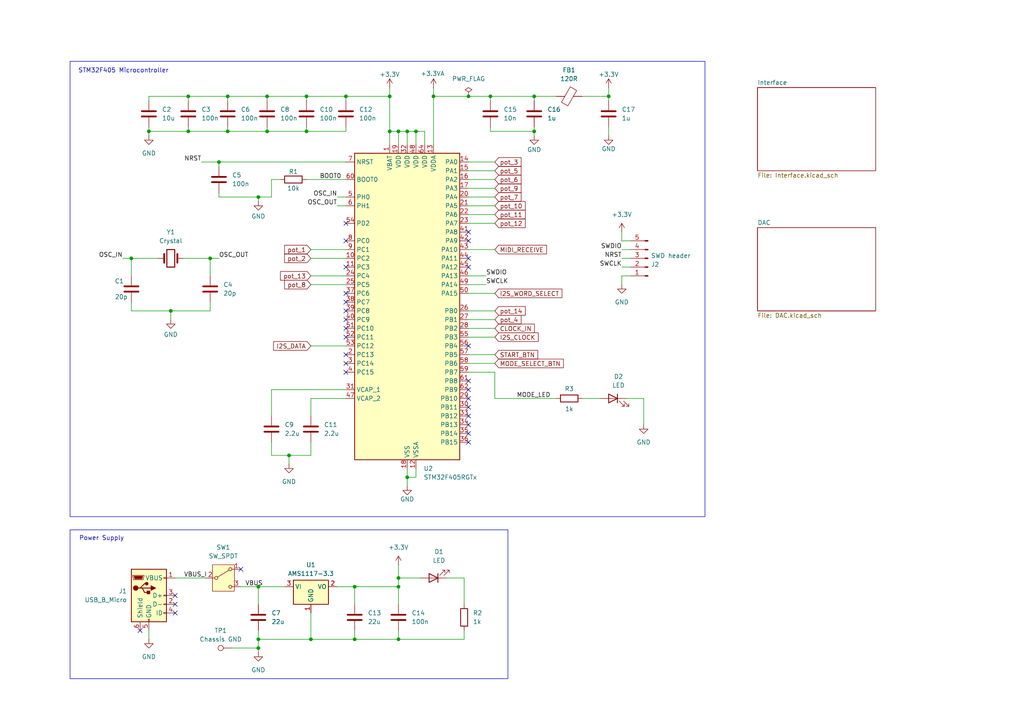
<source format=kicad_sch>
(kicad_sch (version 20231120) (generator "eeschema") (generator_version "8.0")
  (paper "A4")
  (lib_symbols
    (symbol "Connector:Conn_01x05_Pin" (pin_names (offset 1.016) hide)
      (property "Reference" "J" (at 0 7.62 0))
      (property "Value" "Conn_01x05_Pin" (at 0 -7.62 0))
      (symbol "Conn_01x05_Pin_1_1"
        (polyline (pts (xy 1.27 -5.08) (xy 0.8636 -5.08)) (stroke (width 0.1524)))
        (polyline (pts (xy 1.27 -2.54) (xy 0.8636 -2.54)) (stroke (width 0.1524)))
        (polyline (pts (xy 1.27 0) (xy 0.8636 0)) (stroke (width 0.1524)))
        (polyline (pts (xy 1.27 2.54) (xy 0.8636 2.54)) (stroke (width 0.1524)))
        (polyline (pts (xy 1.27 5.08) (xy 0.8636 5.08)) (stroke (width 0.1524)))
        (rectangle (start 0.8636 -4.953) (end 0 -5.207) (stroke (width 0.1524)) (fill (type outline)))
        (rectangle (start 0.8636 -2.413) (end 0 -2.667) (stroke (width 0.1524)) (fill (type outline)))
        (rectangle (start 0.8636 0.127) (end 0 -0.127) (stroke (width 0.1524)) (fill (type outline)))
        (rectangle (start 0.8636 2.667) (end 0 2.413) (stroke (width 0.1524)) (fill (type outline)))
        (rectangle (start 0.8636 5.207) (end 0 4.953) (stroke (width 0.1524)) (fill (type outline)))
        (pin passive line (at 5.08 5.08 180) (length 3.81) (name "Pin_1") (number "1"))
        (pin passive line (at 5.08 2.54 180) (length 3.81) (name "Pin_2") (number "2"))
        (pin passive line (at 5.08 0 180) (length 3.81) (name "Pin_3") (number "3"))
        (pin passive line (at 5.08 -2.54 180) (length 3.81) (name "Pin_4") (number "4"))
        (pin passive line (at 5.08 -5.08 180) (length 3.81) (name "Pin_5") (number "5"))
      )
    )
    (symbol "Connector:TestPoint" (pin_numbers hide) (pin_names (offset 0.762) hide)
      (property "Reference" "TP" (at 0 6.858 0))
      (property "Value" "TestPoint" (at 0 5.08 0))
      (symbol "TestPoint_0_1"
        (circle (center 0 3.302) (radius 0.762))
      )
      (symbol "TestPoint_1_1"
        (pin passive line (at 0 0 90) (length 2.54) (name "1") (number "1"))
      )
    )
    (symbol "Connector:USB_B_Micro" (pin_names (offset 1.016))
      (property "Reference" "J" (at -5.08 11.43 0))
      (property "Value" "USB_B_Micro" (at -5.08 8.89 0))
      (symbol "USB_B_Micro_0_1"
        (rectangle (start -5.08 -7.62) (end 5.08 7.62) (stroke (width 0.254)) (fill (type background)))
        (circle (center -3.81 2.159) (radius 0.635) (stroke (width 0.254)) (fill (type outline)))
        (circle (center -0.635 3.429) (radius 0.381) (stroke (width 0.254)) (fill (type outline)))
        (rectangle (start -0.127 -7.62) (end 0.127 -6.858))
        (polyline (pts (xy -1.905 2.159) (xy 0.635 2.159)) (stroke (width 0.254)))
        (polyline (pts (xy -3.175 2.159) (xy -2.54 2.159) (xy -1.27 3.429) (xy -0.635 3.429)) (stroke (width 0.254)))
        (polyline (pts (xy -2.54 2.159) (xy -1.905 2.159) (xy -1.27 0.889) (xy 0 0.889)) (stroke (width 0.254)))
        (polyline (pts (xy 0.635 2.794) (xy 0.635 1.524) (xy 1.905 2.159) (xy 0.635 2.794)) (stroke (width 0.254)) (fill (type outline)))
        (polyline (pts (xy -4.318 5.588) (xy -1.778 5.588) (xy -2.032 4.826) (xy -4.064 4.826) (xy -4.318 5.588)) (fill (type outline)))
        (polyline (pts (xy -4.699 5.842) (xy -4.699 5.588) (xy -4.445 4.826) (xy -4.445 4.572) (xy -1.651 4.572) (xy -1.651 4.826) (xy -1.397 5.588) (xy -1.397 5.842) (xy -4.699 5.842)))
        (rectangle (start 0.254 1.27) (end -0.508 0.508) (stroke (width 0.254)) (fill (type outline)))
        (rectangle (start 5.08 -5.207) (end 4.318 -4.953))
        (rectangle (start 5.08 -2.667) (end 4.318 -2.413))
        (rectangle (start 5.08 -0.127) (end 4.318 0.127))
        (rectangle (start 5.08 4.953) (end 4.318 5.207))
      )
      (symbol "USB_B_Micro_1_1"
        (pin power_out line (at 7.62 5.08 180) (length 2.54) (name "VBUS") (number "1"))
        (pin bidirectional line (at 7.62 -2.54 180) (length 2.54) (name "D-") (number "2"))
        (pin bidirectional line (at 7.62 0 180) (length 2.54) (name "D+") (number "3"))
        (pin passive line (at 7.62 -5.08 180) (length 2.54) (name "ID") (number "4"))
        (pin power_out line (at 0 -10.16 90) (length 2.54) (name "GND") (number "5"))
        (pin passive line (at -2.54 -10.16 90) (length 2.54) (name "Shield") (number "6"))
      )
    )
    (symbol "Device:C" (pin_numbers hide) (pin_names (offset 0.254))
      (property "Reference" "C" (at 0.635 2.54 0))
      (property "Value" "C" (at 0.635 -2.54 0))
      (symbol "C_0_1"
        (polyline (pts (xy -2.032 -0.762) (xy 2.032 -0.762)) (stroke (width 0.508)))
        (polyline (pts (xy -2.032 0.762) (xy 2.032 0.762)) (stroke (width 0.508)))
      )
      (symbol "C_1_1"
        (pin passive line (at 0 3.81 270) (length 2.794) (name "~") (number "1"))
        (pin passive line (at 0 -3.81 90) (length 2.794) (name "~") (number "2"))
      )
    )
    (symbol "Device:Crystal" (pin_numbers hide) (pin_names (offset 1.016) hide)
      (property "Reference" "Y" (at 0 3.81 0))
      (property "Value" "Crystal" (at 0 -3.81 0))
      (symbol "Crystal_0_1"
        (rectangle (start -1.143 2.54) (end 1.143 -2.54) (stroke (width 0.3048)))
        (polyline (pts (xy -2.54 0) (xy -1.905 0)))
        (polyline (pts (xy -1.905 -1.27) (xy -1.905 1.27)) (stroke (width 0.508)))
        (polyline (pts (xy 1.905 -1.27) (xy 1.905 1.27)) (stroke (width 0.508)))
        (polyline (pts (xy 2.54 0) (xy 1.905 0)))
      )
      (symbol "Crystal_1_1"
        (pin passive line (at -3.81 0 0) (length 1.27) (name "1") (number "1"))
        (pin passive line (at 3.81 0 180) (length 1.27) (name "2") (number "2"))
      )
    )
    (symbol "Device:FerriteBead" (pin_numbers hide) (pin_names (offset 0))
      (property "Reference" "FB" (at -3.81 0.635 90))
      (property "Value" "FerriteBead" (at 3.81 0 90))
      (symbol "FerriteBead_0_1"
        (polyline (pts (xy 0 -1.27) (xy 0 -1.2192)))
        (polyline (pts (xy 0 1.27) (xy 0 1.2954)))
        (polyline (pts (xy -2.7686 0.4064) (xy -1.7018 2.2606) (xy 2.7686 -0.3048) (xy 1.6764 -2.159) (xy -2.7686 0.4064)))
      )
      (symbol "FerriteBead_1_1"
        (pin passive line (at 0 3.81 270) (length 2.54) (name "~") (number "1"))
        (pin passive line (at 0 -3.81 90) (length 2.54) (name "~") (number "2"))
      )
    )
    (symbol "Device:LED" (pin_numbers hide) (pin_names (offset 1.016) hide)
      (property "Reference" "D" (at 0 2.54 0))
      (property "Value" "LED" (at 0 -2.54 0))
      (symbol "LED_0_1"
        (polyline (pts (xy -1.27 -1.27) (xy -1.27 1.27)) (stroke (width 0.254)))
        (polyline (pts (xy -1.27 0) (xy 1.27 0)))
        (polyline (pts (xy 1.27 -1.27) (xy 1.27 1.27) (xy -1.27 0) (xy 1.27 -1.27)) (stroke (width 0.254)))
        (polyline (pts (xy -3.048 -0.762) (xy -4.572 -2.286) (xy -3.81 -2.286) (xy -4.572 -2.286) (xy -4.572 -1.524)))
        (polyline (pts (xy -1.778 -0.762) (xy -3.302 -2.286) (xy -2.54 -2.286) (xy -3.302 -2.286) (xy -3.302 -1.524)))
      )
      (symbol "LED_1_1"
        (pin passive line (at -3.81 0 0) (length 2.54) (name "K") (number "1"))
        (pin passive line (at 3.81 0 180) (length 2.54) (name "A") (number "2"))
      )
    )
    (symbol "MCU_ST_STM32F4:STM32F405RGTx"
      (property "Reference" "U" (at -15.24 46.99 0))
      (property "Value" "STM32F405RGTx" (at 10.16 46.99 0))
      (symbol "STM32F405RGTx_0_1"
        (rectangle (start -15.24 -43.18) (end 15.24 45.72) (stroke (width 0.254)) (fill (type background)))
      )
      (symbol "STM32F405RGTx_1_1"
        (pin power_in line (at -5.08 48.26 270) (length 2.54) (name "VBAT") (number "1"))
        (pin bidirectional line (at -17.78 15.24 0) (length 2.54) (name "PC2") (number "10"))
        (pin bidirectional line (at -17.78 12.7 0) (length 2.54) (name "PC3") (number "11"))
        (pin power_in line (at 2.54 -45.72 90) (length 2.54) (name "VSSA") (number "12"))
        (pin power_in line (at 7.62 48.26 270) (length 2.54) (name "VDDA") (number "13"))
        (pin bidirectional line (at 17.78 43.18 180) (length 2.54) (name "PA0") (number "14"))
        (pin bidirectional line (at 17.78 40.64 180) (length 2.54) (name "PA1") (number "15"))
        (pin bidirectional line (at 17.78 38.1 180) (length 2.54) (name "PA2") (number "16"))
        (pin bidirectional line (at 17.78 35.56 180) (length 2.54) (name "PA3") (number "17"))
        (pin power_in line (at 0 -45.72 90) (length 2.54) (name "VSS") (number "18"))
        (pin power_in line (at -2.54 48.26 270) (length 2.54) (name "VDD") (number "19"))
        (pin bidirectional line (at -17.78 -12.7 0) (length 2.54) (name "PC13") (number "2"))
        (pin bidirectional line (at 17.78 33.02 180) (length 2.54) (name "PA4") (number "20"))
        (pin bidirectional line (at 17.78 30.48 180) (length 2.54) (name "PA5") (number "21"))
        (pin bidirectional line (at 17.78 27.94 180) (length 2.54) (name "PA6") (number "22"))
        (pin bidirectional line (at 17.78 25.4 180) (length 2.54) (name "PA7") (number "23"))
        (pin bidirectional line (at -17.78 10.16 0) (length 2.54) (name "PC4") (number "24"))
        (pin bidirectional line (at -17.78 7.62 0) (length 2.54) (name "PC5") (number "25"))
        (pin bidirectional line (at 17.78 0 180) (length 2.54) (name "PB0") (number "26"))
        (pin bidirectional line (at 17.78 -2.54 180) (length 2.54) (name "PB1") (number "27"))
        (pin bidirectional line (at 17.78 -5.08 180) (length 2.54) (name "PB2") (number "28"))
        (pin bidirectional line (at 17.78 -25.4 180) (length 2.54) (name "PB10") (number "29"))
        (pin bidirectional line (at -17.78 -15.24 0) (length 2.54) (name "PC14") (number "3"))
        (pin bidirectional line (at 17.78 -27.94 180) (length 2.54) (name "PB11") (number "30"))
        (pin power_out line (at -17.78 -22.86 0) (length 2.54) (name "VCAP_1") (number "31"))
        (pin power_in line (at 0 48.26 270) (length 2.54) (name "VDD") (number "32"))
        (pin bidirectional line (at 17.78 -30.48 180) (length 2.54) (name "PB12") (number "33"))
        (pin bidirectional line (at 17.78 -33.02 180) (length 2.54) (name "PB13") (number "34"))
        (pin bidirectional line (at 17.78 -35.56 180) (length 2.54) (name "PB14") (number "35"))
        (pin bidirectional line (at 17.78 -38.1 180) (length 2.54) (name "PB15") (number "36"))
        (pin bidirectional line (at -17.78 5.08 0) (length 2.54) (name "PC6") (number "37"))
        (pin bidirectional line (at -17.78 2.54 0) (length 2.54) (name "PC7") (number "38"))
        (pin bidirectional line (at -17.78 0 0) (length 2.54) (name "PC8") (number "39"))
        (pin bidirectional line (at -17.78 -17.78 0) (length 2.54) (name "PC15") (number "4"))
        (pin bidirectional line (at -17.78 -2.54 0) (length 2.54) (name "PC9") (number "40"))
        (pin bidirectional line (at 17.78 22.86 180) (length 2.54) (name "PA8") (number "41"))
        (pin bidirectional line (at 17.78 20.32 180) (length 2.54) (name "PA9") (number "42"))
        (pin bidirectional line (at 17.78 17.78 180) (length 2.54) (name "PA10") (number "43"))
        (pin bidirectional line (at 17.78 15.24 180) (length 2.54) (name "PA11") (number "44"))
        (pin bidirectional line (at 17.78 12.7 180) (length 2.54) (name "PA12") (number "45"))
        (pin bidirectional line (at 17.78 10.16 180) (length 2.54) (name "PA13") (number "46"))
        (pin power_out line (at -17.78 -25.4 0) (length 2.54) (name "VCAP_2") (number "47"))
        (pin power_in line (at 2.54 48.26 270) (length 2.54) (name "VDD") (number "48"))
        (pin bidirectional line (at 17.78 7.62 180) (length 2.54) (name "PA14") (number "49"))
        (pin bidirectional line (at -17.78 33.02 0) (length 2.54) (name "PH0") (number "5"))
        (pin bidirectional line (at 17.78 5.08 180) (length 2.54) (name "PA15") (number "50"))
        (pin bidirectional line (at -17.78 -5.08 0) (length 2.54) (name "PC10") (number "51"))
        (pin bidirectional line (at -17.78 -7.62 0) (length 2.54) (name "PC11") (number "52"))
        (pin bidirectional line (at -17.78 -10.16 0) (length 2.54) (name "PC12") (number "53"))
        (pin bidirectional line (at -17.78 25.4 0) (length 2.54) (name "PD2") (number "54"))
        (pin bidirectional line (at 17.78 -7.62 180) (length 2.54) (name "PB3") (number "55"))
        (pin bidirectional line (at 17.78 -10.16 180) (length 2.54) (name "PB4") (number "56"))
        (pin bidirectional line (at 17.78 -12.7 180) (length 2.54) (name "PB5") (number "57"))
        (pin bidirectional line (at 17.78 -15.24 180) (length 2.54) (name "PB6") (number "58"))
        (pin bidirectional line (at 17.78 -17.78 180) (length 2.54) (name "PB7") (number "59"))
        (pin bidirectional line (at -17.78 30.48 0) (length 2.54) (name "PH1") (number "6"))
        (pin input line (at -17.78 38.1 0) (length 2.54) (name "BOOT0") (number "60"))
        (pin bidirectional line (at 17.78 -20.32 180) (length 2.54) (name "PB8") (number "61"))
        (pin bidirectional line (at 17.78 -22.86 180) (length 2.54) (name "PB9") (number "62"))
        (pin passive line (at 0 -45.72 90) (length 2.54) hide (name "VSS") (number "63"))
        (pin power_in line (at 5.08 48.26 270) (length 2.54) (name "VDD") (number "64"))
        (pin input line (at -17.78 43.18 0) (length 2.54) (name "NRST") (number "7"))
        (pin bidirectional line (at -17.78 20.32 0) (length 2.54) (name "PC0") (number "8"))
        (pin bidirectional line (at -17.78 17.78 0) (length 2.54) (name "PC1") (number "9"))
      )
    )
    (symbol "Regulator_Linear:AMS1117-3.3"
      (property "Reference" "U" (at -3.81 3.175 0))
      (property "Value" "AMS1117-3.3" (at 0 3.175 0))
      (symbol "AMS1117-3.3_0_1"
        (rectangle (start -5.08 -5.08) (end 5.08 1.905) (stroke (width 0.254)) (fill (type background)))
      )
      (symbol "AMS1117-3.3_1_1"
        (pin power_in line (at 0 -7.62 90) (length 2.54) (name "GND") (number "1"))
        (pin power_out line (at 7.62 0 180) (length 2.54) (name "VO") (number "2"))
        (pin power_in line (at -7.62 0 0) (length 2.54) (name "VI") (number "3"))
      )
    )
    (symbol "Switch:SW_SPDT" (pin_names (offset 0) hide)
      (property "Reference" "SW" (at 0 5.08 0))
      (property "Value" "SW_SPDT" (at 0 -5.08 0))
      (symbol "SW_SPDT_0_1"
        (circle (center -2.032 0) (radius 0.4572))
        (polyline (pts (xy -1.651 0.254) (xy 1.651 2.286)))
        (circle (center 2.032 -2.54) (radius 0.4572))
        (circle (center 2.032 2.54) (radius 0.4572))
      )
      (symbol "SW_SPDT_1_1"
        (rectangle (start -3.175 3.81) (end 3.175 -3.81) (fill (type background)))
        (pin passive line (at 5.08 2.54 180) (length 2.54) (name "A") (number "1"))
        (pin passive line (at -5.08 0 0) (length 2.54) (name "B") (number "2"))
        (pin passive line (at 5.08 -2.54 180) (length 2.54) (name "C") (number "3"))
      )
    )
    (symbol "blinky:R" (pin_numbers hide) (pin_names (offset 0))
      (property "Reference" "R" (at 2.032 0 90))
      (property "Value" "R" (at 0 0 90))
      (symbol "R_0_1"
        (rectangle (start -1.016 -2.54) (end 1.016 2.54) (stroke (width 0.254)))
      )
      (symbol "R_1_1"
        (pin passive line (at 0 3.81 270) (length 1.27) (name "~") (number "1"))
        (pin passive line (at 0 -3.81 90) (length 1.27) (name "~") (number "2"))
      )
    )
    (symbol "power:+3.3V" (power) (pin_numbers hide) (pin_names (offset 0) hide)
      (property "Value" "+3.3V" (at 0 3.556 0))
      (symbol "+3.3V_0_1"
        (polyline (pts (xy -0.762 1.27) (xy 0 2.54)))
        (polyline (pts (xy 0 0) (xy 0 2.54)))
        (polyline (pts (xy 0 2.54) (xy 0.762 1.27)))
      )
      (symbol "+3.3V_1_1"
        (pin power_in line (at 0 0 90) (length 0) (name "~") (number "1"))
      )
    )
    (symbol "power:+3.3VA" (power) (pin_numbers hide) (pin_names (offset 0) hide)
      (property "Value" "+3.3VA" (at 0 3.556 0))
      (symbol "+3.3VA_0_1"
        (polyline (pts (xy -0.762 1.27) (xy 0 2.54)))
        (polyline (pts (xy 0 0) (xy 0 2.54)))
        (polyline (pts (xy 0 2.54) (xy 0.762 1.27)))
      )
      (symbol "+3.3VA_1_1"
        (pin power_in line (at 0 0 90) (length 0) (name "~") (number "1"))
      )
    )
    (symbol "power:GND" (power) (pin_numbers hide) (pin_names (offset 0) hide)
      (property "Value" "GND" (at 0 -3.81 0))
      (symbol "GND_0_1"
        (polyline (pts (xy 0 0) (xy 0 -1.27) (xy 1.27 -1.27) (xy 0 -2.54) (xy -1.27 -1.27) (xy 0 -1.27)))
      )
      (symbol "GND_1_1"
        (pin power_in line (at 0 0 270) (length 0) (name "~") (number "1"))
      )
    )
    (symbol "power:PWR_FLAG" (power) (pin_numbers hide) (pin_names (offset 0) hide)
      (property "Value" "PWR_FLAG" (at 0 3.81 0))
      (symbol "PWR_FLAG_0_0"
        (pin power_out line (at 0 0 90) (length 0) (name "~") (number "1"))
      )
      (symbol "PWR_FLAG_0_1"
        (polyline (pts (xy 0 0) (xy 0 1.27) (xy -1.016 1.905) (xy 0 2.54) (xy 1.016 1.905) (xy 0 1.27)))
      )
    )
  )
  (junction (at 115.57 38.1))
  (junction (at 102.87 170.18))
  (junction (at 90.17 185.42))
  (junction (at 142.24 27.94))
  (junction (at 74.93 57.15))
  (junction (at 77.47 27.94))
  (junction (at 54.61 27.94))
  (junction (at 74.93 185.42))
  (junction (at 88.9 27.94))
  (junction (at 38.1 74.93))
  (junction (at 60.96 74.93))
  (junction (at 176.53 27.94))
  (junction (at 63.5 46.99))
  (junction (at 118.11 138.43))
  (junction (at 88.9 38.1))
  (junction (at 115.57 167.64))
  (junction (at 115.57 185.42))
  (junction (at 118.11 38.1))
  (junction (at 102.87 185.42))
  (junction (at 135.89 27.94))
  (junction (at 154.94 38.1))
  (junction (at 113.03 27.94))
  (junction (at 49.53 90.17))
  (junction (at 54.61 38.1))
  (junction (at 83.82 132.08))
  (junction (at 43.18 38.1))
  (junction (at 74.93 187.96))
  (junction (at 77.47 38.1))
  (junction (at 66.04 38.1))
  (junction (at 100.33 27.94))
  (junction (at 74.93 170.18))
  (junction (at 125.73 27.94))
  (junction (at 115.57 170.18))
  (junction (at 113.03 38.1))
  (junction (at 66.04 27.94))
  (junction (at 120.65 38.1))
  (junction (at 154.94 27.94))
  (no_connect (at 50.8 175.26))
  (no_connect (at 100.33 85.09))
  (no_connect (at 100.33 95.25))
  (no_connect (at 100.33 97.79))
  (no_connect (at 135.89 120.65))
  (no_connect (at 100.33 77.47))
  (no_connect (at 69.85 165.1))
  (no_connect (at 135.89 69.85))
  (no_connect (at 100.33 92.71))
  (no_connect (at 50.8 172.72))
  (no_connect (at 135.89 125.73))
  (no_connect (at 100.33 105.41))
  (no_connect (at 135.89 110.49))
  (no_connect (at 40.64 182.88))
  (no_connect (at 135.89 74.93))
  (no_connect (at 100.33 107.95))
  (no_connect (at 135.89 118.11))
  (no_connect (at 100.33 87.63))
  (no_connect (at 135.89 67.31))
  (no_connect (at 100.33 102.87))
  (no_connect (at 135.89 77.47))
  (no_connect (at 135.89 123.19))
  (no_connect (at 135.89 113.03))
  (no_connect (at 100.33 69.85))
  (no_connect (at 100.33 90.17))
  (no_connect (at 135.89 128.27))
  (no_connect (at 135.89 100.33))
  (no_connect (at 135.89 115.57))
  (no_connect (at 100.33 64.77))
  (no_connect (at 50.8 177.8))
  (wire (pts (xy 120.65 41.91) (xy 120.65 38.1)))
  (wire (pts (xy 90.17 82.55) (xy 100.33 82.55)))
  (wire (pts (xy 134.62 185.42) (xy 134.62 182.88)))
  (wire (pts (xy 60.96 80.01) (xy 60.96 74.93)))
  (wire (pts (xy 90.17 80.01) (xy 100.33 80.01)))
  (wire (pts (xy 113.03 25.4) (xy 113.03 27.94)))
  (wire (pts (xy 154.94 38.1) (xy 154.94 39.37)))
  (wire (pts (xy 100.33 46.99) (xy 63.5 46.99)))
  (wire (pts (xy 43.18 27.94) (xy 54.61 27.94)))
  (wire (pts (xy 115.57 38.1) (xy 115.57 41.91)))
  (wire (pts (xy 38.1 74.93) (xy 45.72 74.93)))
  (wire (pts (xy 102.87 170.18) (xy 115.57 170.18)))
  (wire (pts (xy 63.5 46.99) (xy 63.5 48.26)))
  (wire (pts (xy 118.11 138.43) (xy 120.65 138.43)))
  (wire (pts (xy 90.17 72.39) (xy 100.33 72.39)))
  (wire (pts (xy 102.87 170.18) (xy 97.79 170.18)))
  (wire (pts (xy 102.87 175.26) (xy 102.87 170.18)))
  (wire (pts (xy 60.96 74.93) (xy 53.34 74.93)))
  (wire (pts (xy 115.57 185.42) (xy 134.62 185.42)))
  (wire (pts (xy 88.9 52.07) (xy 100.33 52.07)))
  (wire (pts (xy 54.61 27.94) (xy 66.04 27.94)))
  (wire (pts (xy 118.11 135.89) (xy 118.11 138.43)))
  (wire (pts (xy 90.17 185.42) (xy 102.87 185.42)))
  (wire (pts (xy 100.33 38.1) (xy 100.33 36.83)))
  (wire (pts (xy 135.89 80.01) (xy 140.97 80.01)))
  (wire (pts (xy 83.82 132.08) (xy 90.17 132.08)))
  (wire (pts (xy 77.47 36.83) (xy 77.47 38.1)))
  (wire (pts (xy 60.96 90.17) (xy 60.96 87.63)))
  (wire (pts (xy 115.57 182.88) (xy 115.57 185.42)))
  (wire (pts (xy 97.79 57.15) (xy 100.33 57.15)))
  (wire (pts (xy 154.94 36.83) (xy 154.94 38.1)))
  (wire (pts (xy 81.28 52.07) (xy 78.74 52.07)))
  (wire (pts (xy 100.33 113.03) (xy 78.74 113.03)))
  (wire (pts (xy 135.89 72.39) (xy 143.51 72.39)))
  (wire (pts (xy 50.8 167.64) (xy 59.69 167.64)))
  (wire (pts (xy 168.91 27.94) (xy 176.53 27.94)))
  (wire (pts (xy 180.34 74.93) (xy 182.88 74.93)))
  (wire (pts (xy 142.24 36.83) (xy 142.24 38.1)))
  (wire (pts (xy 38.1 74.93) (xy 38.1 80.01)))
  (wire (pts (xy 38.1 87.63) (xy 38.1 90.17)))
  (wire (pts (xy 180.34 77.47) (xy 182.88 77.47)))
  (wire (pts (xy 58.42 46.99) (xy 63.5 46.99)))
  (wire (pts (xy 43.18 36.83) (xy 43.18 38.1)))
  (wire (pts (xy 129.54 167.64) (xy 134.62 167.64)))
  (wire (pts (xy 135.89 82.55) (xy 140.97 82.55)))
  (wire (pts (xy 102.87 185.42) (xy 102.87 182.88)))
  (wire (pts (xy 118.11 41.91) (xy 118.11 38.1)))
  (wire (pts (xy 135.89 52.07) (xy 143.51 52.07)))
  (wire (pts (xy 77.47 38.1) (xy 88.9 38.1)))
  (wire (pts (xy 115.57 167.64) (xy 121.92 167.64)))
  (wire (pts (xy 43.18 182.88) (xy 43.18 185.42)))
  (wire (pts (xy 135.89 27.94) (xy 142.24 27.94)))
  (wire (pts (xy 113.03 38.1) (xy 113.03 41.91)))
  (wire (pts (xy 100.33 115.57) (xy 90.17 115.57)))
  (wire (pts (xy 115.57 170.18) (xy 115.57 175.26)))
  (wire (pts (xy 100.33 27.94) (xy 100.33 29.21)))
  (wire (pts (xy 135.89 102.87) (xy 143.51 102.87)))
  (wire (pts (xy 88.9 27.94) (xy 100.33 27.94)))
  (wire (pts (xy 78.74 132.08) (xy 83.82 132.08)))
  (wire (pts (xy 88.9 27.94) (xy 88.9 29.21)))
  (wire (pts (xy 60.96 74.93) (xy 63.5 74.93)))
  (wire (pts (xy 135.89 64.77) (xy 143.51 64.77)))
  (wire (pts (xy 118.11 138.43) (xy 118.11 140.97)))
  (wire (pts (xy 97.79 59.69) (xy 100.33 59.69)))
  (wire (pts (xy 74.93 170.18) (xy 74.93 175.26)))
  (wire (pts (xy 118.11 38.1) (xy 115.57 38.1)))
  (wire (pts (xy 176.53 36.83) (xy 176.53 39.37)))
  (wire (pts (xy 176.53 25.4) (xy 176.53 27.94)))
  (wire (pts (xy 135.89 92.71) (xy 143.51 92.71)))
  (wire (pts (xy 74.93 185.42) (xy 90.17 185.42)))
  (wire (pts (xy 69.85 170.18) (xy 74.93 170.18)))
  (wire (pts (xy 115.57 163.83) (xy 115.57 167.64)))
  (wire (pts (xy 135.89 105.41) (xy 143.51 105.41)))
  (wire (pts (xy 135.89 107.95) (xy 143.51 107.95)))
  (wire (pts (xy 49.53 90.17) (xy 49.53 92.71)))
  (wire (pts (xy 74.93 182.88) (xy 74.93 185.42)))
  (wire (pts (xy 173.99 115.57) (xy 168.91 115.57)))
  (wire (pts (xy 186.69 123.19) (xy 186.69 115.57)))
  (wire (pts (xy 78.74 128.27) (xy 78.74 132.08)))
  (wire (pts (xy 66.04 27.94) (xy 66.04 29.21)))
  (wire (pts (xy 77.47 27.94) (xy 77.47 29.21)))
  (wire (pts (xy 90.17 74.93) (xy 100.33 74.93)))
  (wire (pts (xy 135.89 90.17) (xy 143.51 90.17)))
  (wire (pts (xy 135.89 97.79) (xy 143.51 97.79)))
  (wire (pts (xy 115.57 38.1) (xy 113.03 38.1)))
  (wire (pts (xy 74.93 187.96) (xy 74.93 189.23)))
  (wire (pts (xy 49.53 90.17) (xy 60.96 90.17)))
  (wire (pts (xy 180.34 72.39) (xy 182.88 72.39)))
  (wire (pts (xy 180.34 82.55) (xy 180.34 80.01)))
  (wire (pts (xy 54.61 27.94) (xy 54.61 29.21)))
  (wire (pts (xy 78.74 52.07) (xy 78.74 57.15)))
  (wire (pts (xy 66.04 27.94) (xy 77.47 27.94)))
  (wire (pts (xy 43.18 38.1) (xy 54.61 38.1)))
  (wire (pts (xy 135.89 57.15) (xy 143.51 57.15)))
  (wire (pts (xy 135.89 59.69) (xy 143.51 59.69)))
  (wire (pts (xy 123.19 41.91) (xy 123.19 38.1)))
  (wire (pts (xy 125.73 27.94) (xy 125.73 41.91)))
  (wire (pts (xy 135.89 49.53) (xy 143.51 49.53)))
  (wire (pts (xy 113.03 27.94) (xy 113.03 38.1)))
  (wire (pts (xy 90.17 100.33) (xy 100.33 100.33)))
  (wire (pts (xy 77.47 27.94) (xy 88.9 27.94)))
  (wire (pts (xy 142.24 27.94) (xy 154.94 27.94)))
  (wire (pts (xy 125.73 27.94) (xy 135.89 27.94)))
  (wire (pts (xy 135.89 62.23) (xy 143.51 62.23)))
  (wire (pts (xy 102.87 185.42) (xy 115.57 185.42)))
  (wire (pts (xy 90.17 128.27) (xy 90.17 132.08)))
  (wire (pts (xy 78.74 57.15) (xy 74.93 57.15)))
  (wire (pts (xy 135.89 85.09) (xy 143.51 85.09)))
  (wire (pts (xy 120.65 138.43) (xy 120.65 135.89)))
  (wire (pts (xy 63.5 57.15) (xy 74.93 57.15)))
  (wire (pts (xy 186.69 115.57) (xy 181.61 115.57)))
  (wire (pts (xy 88.9 36.83) (xy 88.9 38.1)))
  (wire (pts (xy 115.57 167.64) (xy 115.57 170.18)))
  (wire (pts (xy 35.56 74.93) (xy 38.1 74.93)))
  (wire (pts (xy 67.31 187.96) (xy 74.93 187.96)))
  (wire (pts (xy 54.61 36.83) (xy 54.61 38.1)))
  (wire (pts (xy 134.62 167.64) (xy 134.62 175.26)))
  (wire (pts (xy 66.04 36.83) (xy 66.04 38.1)))
  (wire (pts (xy 143.51 107.95) (xy 143.51 115.57)))
  (wire (pts (xy 63.5 55.88) (xy 63.5 57.15)))
  (wire (pts (xy 66.04 38.1) (xy 77.47 38.1)))
  (wire (pts (xy 176.53 27.94) (xy 176.53 29.21)))
  (wire (pts (xy 143.51 115.57) (xy 161.29 115.57)))
  (wire (pts (xy 74.93 57.15) (xy 74.93 58.42)))
  (wire (pts (xy 90.17 177.8) (xy 90.17 185.42)))
  (wire (pts (xy 38.1 90.17) (xy 49.53 90.17)))
  (wire (pts (xy 142.24 27.94) (xy 142.24 29.21)))
  (wire (pts (xy 82.55 170.18) (xy 74.93 170.18)))
  (wire (pts (xy 43.18 29.21) (xy 43.18 27.94)))
  (wire (pts (xy 123.19 38.1) (xy 120.65 38.1)))
  (wire (pts (xy 135.89 46.99) (xy 143.51 46.99)))
  (wire (pts (xy 88.9 38.1) (xy 100.33 38.1)))
  (wire (pts (xy 78.74 113.03) (xy 78.74 120.65)))
  (wire (pts (xy 142.24 38.1) (xy 154.94 38.1)))
  (wire (pts (xy 154.94 27.94) (xy 161.29 27.94)))
  (wire (pts (xy 74.93 185.42) (xy 74.93 187.96)))
  (wire (pts (xy 182.88 69.85) (xy 180.34 69.85)))
  (wire (pts (xy 43.18 38.1) (xy 43.18 39.37)))
  (wire (pts (xy 125.73 25.4) (xy 125.73 27.94)))
  (wire (pts (xy 83.82 132.08) (xy 83.82 134.62)))
  (wire (pts (xy 100.33 27.94) (xy 113.03 27.94)))
  (wire (pts (xy 180.34 80.01) (xy 182.88 80.01)))
  (wire (pts (xy 180.34 67.31) (xy 180.34 69.85)))
  (wire (pts (xy 54.61 38.1) (xy 66.04 38.1)))
  (wire (pts (xy 90.17 115.57) (xy 90.17 120.65)))
  (wire (pts (xy 135.89 54.61) (xy 143.51 54.61)))
  (wire (pts (xy 120.65 38.1) (xy 118.11 38.1)))
  (wire (pts (xy 135.89 95.25) (xy 143.51 95.25)))
  (wire (pts (xy 154.94 27.94) (xy 154.94 29.21)))
  (rectangle (start 20.32 153.67) (end 147.32 196.85))
  (rectangle (start 20.32 17.78) (end 204.47 149.86))
  (text "STM32F405 Microcontroller" (at 35.814 20.574 0) (effects (font (size 1.27 1.27))))
  (text "Power Supply" (at 29.464 156.21 0) (effects (font (size 1.27 1.27))))
  (label "VBUS" (at 71.12 170.18 0))
  (label "SWDIO" (at 140.97 80.01 0))
  (label "VBUS_I" (at 53.34 167.64 0))
  (label "SWCLK" (at 140.97 82.55 0))
  (label "OSC_OUT" (at 63.5 74.93 0))
  (label "OSC_OUT" (at 97.79 59.69 180))
  (label "OSC_IN" (at 97.79 57.15 180))
  (label "NRST" (at 180.34 74.93 180))
  (label "OSC_IN" (at 35.56 74.93 180))
  (label "MODE_LED" (at 149.86 115.57 0))
  (label "SWCLK" (at 180.34 77.47 180))
  (label "BOOT0" (at 92.71 52.07 0))
  (label "SWDIO" (at 180.34 72.39 180))
  (label "NRST" (at 58.42 46.99 180))
  (global_label "pot_12" (shape input) (at 143.51 64.77 0) (property "Intersheetrefs" "${INTERSHEET_REFS}" (effects (hide yes))))
  (global_label "pot_11" (shape input) (at 143.51 62.23 0) (property "Intersheetrefs" "${INTERSHEET_REFS}" (effects (hide yes))))
  (global_label "pot_1" (shape input) (at 90.17 72.39 180) (property "Intersheetrefs" "${INTERSHEET_REFS}" (effects (hide yes))))
  (global_label "MODE_SELECT_BTN" (shape input) (at 143.51 105.41 0) (property "Intersheetrefs" "${INTERSHEET_REFS}" (effects (hide yes))))
  (global_label "MIDI_RECEIVE" (shape input) (at 143.51 72.39 0) (property "Intersheetrefs" "${INTERSHEET_REFS}" (effects (hide yes))))
  (global_label "pot_14" (shape input) (at 143.51 90.17 0) (property "Intersheetrefs" "${INTERSHEET_REFS}" (effects (hide yes))))
  (global_label "pot_5" (shape input) (at 143.51 49.53 0) (property "Intersheetrefs" "${INTERSHEET_REFS}" (effects (hide yes))))
  (global_label "I2S_CLOCK" (shape input) (at 143.51 97.79 0) (property "Intersheetrefs" "${INTERSHEET_REFS}" (effects (hide yes))))
  (global_label "pot_6" (shape input) (at 143.51 52.07 0) (property "Intersheetrefs" "${INTERSHEET_REFS}" (effects (hide yes))))
  (global_label "I2S_DATA" (shape input) (at 90.17 100.33 180) (property "Intersheetrefs" "${INTERSHEET_REFS}" (effects (hide yes))))
  (global_label "pot_9" (shape input) (at 143.51 54.61 0) (property "Intersheetrefs" "${INTERSHEET_REFS}" (effects (hide yes))))
  (global_label "CLOCK_IN" (shape input) (at 143.51 95.25 0) (property "Intersheetrefs" "${INTERSHEET_REFS}" (effects (hide yes))))
  (global_label "pot_10" (shape input) (at 143.51 59.69 0) (property "Intersheetrefs" "${INTERSHEET_REFS}" (effects (hide yes))))
  (global_label "START_BTN" (shape input) (at 143.51 102.87 0) (property "Intersheetrefs" "${INTERSHEET_REFS}" (effects (hide yes))))
  (global_label "pot_2" (shape input) (at 90.17 74.93 180) (property "Intersheetrefs" "${INTERSHEET_REFS}" (effects (hide yes))))
  (global_label "pot_8" (shape input) (at 90.17 82.55 180) (property "Intersheetrefs" "${INTERSHEET_REFS}" (effects (hide yes))))
  (global_label "pot_7" (shape input) (at 143.51 57.15 0) (property "Intersheetrefs" "${INTERSHEET_REFS}" (effects (hide yes))))
  (global_label "pot_4" (shape input) (at 143.51 92.71 0) (property "Intersheetrefs" "${INTERSHEET_REFS}" (effects (hide yes))))
  (global_label "pot_3" (shape input) (at 143.51 46.99 0) (property "Intersheetrefs" "${INTERSHEET_REFS}" (effects (hide yes))))
  (global_label "I2S_WORD_SELECT" (shape input) (at 143.51 85.09 0) (property "Intersheetrefs" "${INTERSHEET_REFS}" (effects (hide yes))))
  (global_label "pot_13" (shape input) (at 90.17 80.01 180) (property "Intersheetrefs" "${INTERSHEET_REFS}" (effects (hide yes))))
  (symbol (lib_id "power:GND") (at 118.11 140.97 0) (unit 1)
    (property "Reference" "#PWR09" (effects (hide yes)))
    (property "Value" "GND" (at 118.11 144.78 0))
    (property "Description" "Power symbol creates a global label with name \"GND\" , ground" (effects (hide yes)))
  )
  (symbol (lib_id "Device:C") (at 74.93 179.07 0) (unit 1)
    (property "Reference" "C7" (at 78.74 177.7999 0) (effects (justify left)))
    (property "Value" "22u" (at 78.74 180.3399 0) (effects (justify left)))
    (property "Footprint" "Capacitor_SMD:C_0805_2012Metric" (effects (hide yes)))
    (property "Description" "Unpolarized capacitor" (effects (hide yes)))
    (property "LSC Part No" "C45783" (effects (hide yes)))
  )
  (symbol (lib_id "power:GND") (at 43.18 185.42 0) (mirror y) (unit 1)
    (property "Reference" "#PWR02" (effects (hide yes)))
    (property "Value" "GND" (at 43.18 190.5 0))
    (property "Description" "Power symbol creates a global label with name \"GND\" , ground" (effects (hide yes)))
  )
  (symbol (lib_id "Device:C") (at 102.87 179.07 0) (unit 1)
    (property "Reference" "C13" (at 106.68 177.7999 0) (effects (justify left)))
    (property "Value" "22u" (at 106.68 180.3399 0) (effects (justify left)))
    (property "Footprint" "Capacitor_SMD:C_0805_2012Metric" (effects (hide yes)))
    (property "Description" "Unpolarized capacitor" (effects (hide yes)))
    (property "LSC Part No" "C45783" (effects (hide yes)))
  )
  (symbol (lib_id "power:GND") (at 154.94 39.37 0) (unit 1)
    (property "Reference" "#PWR011" (effects (hide yes)))
    (property "Value" "GND" (at 154.94 43.434 0))
    (property "Description" "Power symbol creates a global label with name \"GND\" , ground" (effects (hide yes)))
  )
  (symbol (lib_id "power:GND") (at 74.93 189.23 0) (unit 1)
    (property "Reference" "#PWR05" (effects (hide yes)))
    (property "Value" "GND" (at 74.93 194.31 0))
    (property "Description" "Power symbol creates a global label with name \"GND\" , ground" (effects (hide yes)))
  )
  (symbol (lib_id "power:GND") (at 83.82 134.62 0) (unit 1)
    (property "Reference" "#PWR06" (effects (hide yes)))
    (property "Value" "GND" (at 83.82 139.7 0))
    (property "Description" "Power symbol creates a global label with name \"GND\" , ground" (effects (hide yes)))
  )
  (symbol (lib_id "blinky:R") (at 134.62 179.07 0) (unit 1)
    (property "Reference" "R2" (at 137.16 177.7999 0) (effects (justify left)))
    (property "Value" "1k" (at 137.16 180.3399 0) (effects (justify left)))
    (property "Footprint" "Capacitor_SMD:C_0603_1608Metric" (effects (hide yes)))
    (property "Description" "Resistor" (effects (hide yes)))
    (property "LSC Part No" "C21190" (effects (hide yes)))
  )
  (symbol (lib_id "power:+3.3V") (at 176.53 25.4 0) (unit 1)
    (property "Reference" "#PWR012" (effects (hide yes)))
    (property "Value" "+3.3V" (at 176.53 21.59 0))
    (property "Description" "Power symbol creates a global label with name \"+3.3V\"" (effects (hide yes)))
  )
  (symbol (lib_id "power:GND") (at 180.34 82.55 0) (unit 1)
    (property "Reference" "#PWR015" (effects (hide yes)))
    (property "Value" "GND" (at 180.34 87.63 0))
    (property "Description" "Power symbol creates a global label with name \"GND\" , ground" (effects (hide yes)))
  )
  (symbol (lib_id "Device:C") (at 142.24 33.02 0) (unit 1)
    (property "Reference" "C15" (at 146.05 31.7499 0) (effects (justify left)))
    (property "Value" "10n" (at 146.05 34.2899 0) (effects (justify left)))
    (property "Footprint" "Capacitor_SMD:C_0402_1005Metric" (effects (hide yes)))
    (property "Description" "Unpolarized capacitor" (effects (hide yes)))
    (property "LSC Part No" "C15195" (effects (hide yes)))
  )
  (symbol (lib_id "Device:C") (at 66.04 33.02 0) (unit 1)
    (property "Reference" "C6" (at 69.85 31.7499 0) (effects (justify left)))
    (property "Value" "100n" (at 69.85 34.2899 0) (effects (justify left)))
    (property "Footprint" "Capacitor_SMD:C_0402_1005Metric" (effects (hide yes)))
    (property "Description" "Unpolarized capacitor" (effects (hide yes)))
    (property "LSC Part No" "C307331" (effects (hide yes)))
  )
  (symbol (lib_id "power:GND") (at 43.18 39.37 0) (unit 1)
    (property "Reference" "#PWR01" (effects (hide yes)))
    (property "Value" "GND" (at 43.18 44.45 0))
    (property "Description" "Power symbol creates a global label with name \"GND\" , ground" (effects (hide yes)))
  )
  (symbol (lib_id "blinky:R") (at 85.09 52.07 270) (unit 1)
    (property "Reference" "R1" (at 85.09 49.784 90))
    (property "Value" "10k" (at 85.09 54.61 90))
    (property "Footprint" "Capacitor_SMD:C_0603_1608Metric" (effects (hide yes)))
    (property "Description" "Resistor" (effects (hide yes)))
    (property "LSC Part No" "C25804" (effects (hide yes)))
  )
  (symbol (lib_id "Connector:USB_B_Micro") (at 43.18 172.72 0) (unit 1)
    (property "Reference" "J1" (at 36.83 171.4499 0) (effects (justify right)))
    (property "Value" "USB_B_Micro" (at 36.83 173.9899 0) (effects (justify right)))
    (property "Footprint" "Connector_USB:USB_Micro_B_MJ_U254051N4BH806" (effects (hide yes)))
    (property "Description" "USB Micro Type B connector" (effects (hide yes)))
    (property "LSC Part No" "C319170" (effects (hide yes)))
  )
  (symbol (lib_id "Device:C") (at 63.5 52.07 0) (unit 1)
    (property "Reference" "C5" (at 67.31 50.7999 0) (effects (justify left)))
    (property "Value" "100n" (at 67.31 53.3399 0) (effects (justify left)))
    (property "Footprint" "Capacitor_SMD:C_0402_1005Metric" (effects (hide yes)))
    (property "Description" "Unpolarized capacitor" (effects (hide yes)))
    (property "LSC Part No" "C307331" (effects (hide yes)))
  )
  (symbol (lib_id "Connector:TestPoint") (at 67.31 187.96 90) (unit 1)
    (property "Reference" "TP1" (at 64.008 182.88 90))
    (property "Value" "Chassis GND" (at 64.008 185.42 90))
    (property "Footprint" "TestPoint:TestPoint_THTPad_1.5x1.5mm_Drill0.7mm" (effects (hide yes)))
    (property "Description" "test point" (effects (hide yes)))
  )
  (symbol (lib_id "power:+3.3VA") (at 125.73 25.4 0) (unit 1)
    (property "Reference" "#PWR010" (effects (hide yes)))
    (property "Value" "+3.3VA" (at 125.476 21.336 0))
    (property "Description" "Power symbol creates a global label with name \"+3.3VA\"" (effects (hide yes)))
  )
  (symbol (lib_id "Device:C") (at 115.57 179.07 0) (unit 1)
    (property "Reference" "C14" (at 119.38 177.7999 0) (effects (justify left)))
    (property "Value" "100n" (at 119.38 180.3399 0) (effects (justify left)))
    (property "Footprint" "Capacitor_SMD:C_0402_1005Metric" (effects (hide yes)))
    (property "Description" "Unpolarized capacitor" (effects (hide yes)))
    (property "LSC Part No" "C307331" (effects (hide yes)))
  )
  (symbol (lib_id "Regulator_Linear:AMS1117-3.3") (at 90.17 170.18 0) (unit 1)
    (property "Reference" "U1" (at 90.17 163.83 0))
    (property "Value" "AMS1117-3.3" (at 90.17 166.37 0))
    (property "Footprint" "Package_TO_SOT_SMD:SOT-223-3_TabPin2" (effects (hide yes)))
    (property "Datasheet" "http://www.advanced-monolithic.com/pdf/ds1117.pdf" (effects (hide yes)))
    (property "Description" "1A Low Dropout regulator, positive, 3.3V fixed output, SOT-223" (effects (hide yes)))
    (property "LSC Part No" "C6186" (effects (hide yes)))
  )
  (symbol (lib_id "Switch:SW_SPDT") (at 64.77 167.64 0) (unit 1)
    (property "Reference" "SW1" (at 64.77 158.75 0))
    (property "Value" "SW_SPDT" (at 64.77 161.29 0))
    (property "Footprint" "Button_Switch_THT:spdt_mini_MJ" (effects (hide yes)))
    (property "Description" "Switch, single pole double throw" (effects (hide yes)))
  )
  (symbol (lib_id "Connector:Conn_01x05_Pin") (at 187.96 74.93 180) (unit 1)
    (property "Reference" "J2" (at 189.992 76.708 0))
    (property "Value" "SWD header" (at 194.564 74.168 0))
    (property "Footprint" "Connector_PinHeader_2.54mm:PinHeader_1x05_P2.54mm_Horizontal" (effects (hide yes)))
    (property "Description" "Generic connector, single row, 01x05, script generated" (effects (hide yes)))
    (property "LSC Part No" "-" (effects (hide yes)))
  )
  (symbol (lib_id "power:GND") (at 176.53 39.37 0) (unit 1)
    (property "Reference" "#PWR013" (effects (hide yes)))
    (property "Value" "GND" (at 176.53 43.18 0))
    (property "Description" "Power symbol creates a global label with name \"GND\" , ground" (effects (hide yes)))
  )
  (symbol (lib_id "Device:C") (at 60.96 83.82 0) (unit 1)
    (property "Reference" "C4" (at 64.77 82.5499 0) (effects (justify left)))
    (property "Value" "20p" (at 64.77 85.0899 0) (effects (justify left)))
    (property "Footprint" "Capacitor_SMD:C_0402_1005Metric" (effects (hide yes)))
    (property "Description" "Unpolarized capacitor" (effects (hide yes)))
    (property "LSC Part No" "C1554" (effects (hide yes)))
  )
  (symbol (lib_id "Device:C") (at 154.94 33.02 0) (unit 1)
    (property "Reference" "C16" (at 158.75 31.7499 0) (effects (justify left)))
    (property "Value" "1u" (at 158.75 34.2899 0) (effects (justify left)))
    (property "Footprint" "Capacitor_SMD:C_0603_1608Metric" (effects (hide yes)))
    (property "Description" "Unpolarized capacitor" (effects (hide yes)))
    (property "LSC Part No" "C15849" (effects (hide yes)))
  )
  (symbol (lib_id "power:GND") (at 186.69 123.19 0) (mirror y) (unit 1)
    (property "Reference" "#PWR016" (effects (hide yes)))
    (property "Value" "GND" (at 186.69 128.27 0))
    (property "Description" "Power symbol creates a global label with name \"GND\" , ground" (effects (hide yes)))
  )
  (symbol (lib_id "blinky:R") (at 165.1 115.57 270) (mirror x) (unit 1)
    (property "Reference" "R3" (at 165.1 112.776 90))
    (property "Value" "1k" (at 165.1 118.618 90))
    (property "Footprint" "Capacitor_SMD:C_0603_1608Metric" (effects (hide yes)))
    (property "Description" "Resistor" (effects (hide yes)))
    (property "LSC Part No" "C21190" (effects (hide yes)))
  )
  (symbol (lib_id "Device:C") (at 176.53 33.02 0) (unit 1)
    (property "Reference" "C17" (at 180.34 31.7499 0) (effects (justify left)))
    (property "Value" "1u" (at 180.34 34.2899 0) (effects (justify left)))
    (property "Footprint" "Capacitor_SMD:C_0603_1608Metric" (effects (hide yes)))
    (property "Description" "Unpolarized capacitor" (effects (hide yes)))
    (property "LSC Part No" "C15849" (effects (hide yes)))
  )
  (symbol (lib_id "MCU_ST_STM32F4:STM32F405RGTx") (at 118.11 90.17 0) (unit 1)
    (property "Reference" "U2" (at 122.8441 135.89 0) (effects (justify left)))
    (property "Value" "STM32F405RGTx" (at 122.8441 138.43 0) (effects (justify left)))
    (property "Footprint" "Package_QFP:LQFP-64_10x10mm_P0.5mm" (effects (hide yes)))
    (property "Datasheet" "https://www.st.com/resource/en/datasheet/stm32f405rg.pdf" (effects (hide yes)))
    (property "Description" "STMicroelectronics Arm Cortex-M4 MCU, 1024KB flash, 192KB RAM, 168 MHz, 1.8-3.6V, 51 GPIO, LQFP64" (effects (hide yes)))
    (property "LSC Part No" "C15742" (effects (hide yes)))
  )
  (symbol (lib_id "power:GND") (at 74.93 58.42 0) (unit 1)
    (property "Reference" "#PWR04" (effects (hide yes)))
    (property "Value" "GND" (at 74.93 62.738 0))
    (property "Description" "Power symbol creates a global label with name \"GND\" , ground" (effects (hide yes)))
  )
  (symbol (lib_id "power:GND") (at 49.53 92.71 0) (unit 1)
    (property "Reference" "#PWR03" (effects (hide yes)))
    (property "Value" "GND" (at 49.53 97.028 0))
    (property "Description" "Power symbol creates a global label with name \"GND\" , ground" (effects (hide yes)))
  )
  (symbol (lib_id "Device:C") (at 100.33 33.02 0) (unit 1)
    (property "Reference" "C12" (at 104.14 31.7499 0) (effects (justify left)))
    (property "Value" "100n" (at 104.14 34.2899 0) (effects (justify left)))
    (property "Footprint" "Capacitor_SMD:C_0402_1005Metric" (effects (hide yes)))
    (property "Description" "Unpolarized capacitor" (effects (hide yes)))
    (property "LSC Part No" "C307331" (effects (hide yes)))
  )
  (symbol (lib_id "Device:LED") (at 177.8 115.57 0) (mirror y) (unit 1)
    (property "Reference" "D2" (at 179.3875 109.22 0))
    (property "Value" "LED" (at 179.3875 111.76 0))
    (property "Footprint" "LED_THT:LED_D3.0mm" (effects (hide yes)))
    (property "Description" "Light emitting diode" (effects (hide yes)))
    (property "LSC Part No" "-" (effects (hide yes)))
  )
  (symbol (lib_id "Device:C") (at 38.1 83.82 0) (unit 1)
    (property "Reference" "C1" (at 33.274 81.534 0) (effects (justify left)))
    (property "Value" "20p" (at 33.274 86.106 0) (effects (justify left)))
    (property "Footprint" "Capacitor_SMD:C_0402_1005Metric" (effects (hide yes)))
    (property "Description" "Unpolarized capacitor" (effects (hide yes)))
    (property "LSC Part No" "C1554" (effects (hide yes)))
  )
  (symbol (lib_id "power:+3.3V") (at 180.34 67.31 0) (unit 1)
    (property "Reference" "#PWR014" (effects (hide yes)))
    (property "Value" "+3.3V" (at 180.34 62.23 0))
    (property "Description" "Power symbol creates a global label with name \"+3.3V\"" (effects (hide yes)))
  )
  (symbol (lib_id "Device:C") (at 77.47 33.02 0) (unit 1)
    (property "Reference" "C8" (at 81.28 31.7499 0) (effects (justify left)))
    (property "Value" "100n" (at 81.28 34.2899 0) (effects (justify left)))
    (property "Footprint" "Capacitor_SMD:C_0402_1005Metric" (effects (hide yes)))
    (property "Description" "Unpolarized capacitor" (effects (hide yes)))
    (property "LSC Part No" "C307331" (effects (hide yes)))
  )
  (symbol (lib_id "power:+3.3V") (at 113.03 25.4 0) (unit 1)
    (property "Reference" "#PWR07" (effects (hide yes)))
    (property "Value" "+3.3V" (at 113.03 21.59 0))
    (property "Description" "Power symbol creates a global label with name \"+3.3V\"" (effects (hide yes)))
  )
  (symbol (lib_id "Device:LED") (at 125.73 167.64 180) (unit 1)
    (property "Reference" "D1" (at 127.3175 160.02 0))
    (property "Value" "LED" (at 127.3175 162.56 0))
    (property "Footprint" "LED_THT:LED_D3.0mm" (effects (hide yes)))
    (property "Description" "Light emitting diode" (effects (hide yes)))
    (property "LSC Part No" "-" (effects (hide yes)))
  )
  (symbol (lib_id "power:+3.3V") (at 115.57 163.83 0) (unit 1)
    (property "Reference" "#PWR08" (effects (hide yes)))
    (property "Value" "+3.3V" (at 115.57 158.75 0))
    (property "Description" "Power symbol creates a global label with name \"+3.3V\"" (effects (hide yes)))
  )
  (symbol (lib_id "Device:C") (at 54.61 33.02 0) (unit 1)
    (property "Reference" "C3" (at 58.42 31.7499 0) (effects (justify left)))
    (property "Value" "100n" (at 58.42 34.2899 0) (effects (justify left)))
    (property "Footprint" "Capacitor_SMD:C_0402_1005Metric" (effects (hide yes)))
    (property "Description" "Unpolarized capacitor" (effects (hide yes)))
    (property "LSC Part No" "C307331" (effects (hide yes)))
  )
  (symbol (lib_id "Device:C") (at 90.17 124.46 0) (unit 1)
    (property "Reference" "C11" (at 93.98 123.1899 0) (effects (justify left)))
    (property "Value" "2.2u" (at 93.98 125.7299 0) (effects (justify left)))
    (property "Footprint" "Capacitor_SMD:C_0805_2012Metric" (effects (hide yes)))
    (property "Description" "Unpolarized capacitor" (effects (hide yes)))
    (property "LSC Part No" "C377773" (effects (hide yes)))
  )
  (symbol (lib_id "Device:C") (at 43.18 33.02 0) (unit 1)
    (property "Reference" "C2" (at 46.99 31.7499 0) (effects (justify left)))
    (property "Value" "10u" (at 46.99 34.2899 0) (effects (justify left)))
    (property "Footprint" "Capacitor_SMD:C_0805_2012Metric" (effects (hide yes)))
    (property "Description" "Unpolarized capacitor" (effects (hide yes)))
    (property "LSC Part No" "C15850" (effects (hide yes)))
  )
  (symbol (lib_id "Device:Crystal") (at 49.53 74.93 0) (unit 1)
    (property "Reference" "Y1" (at 49.53 67.31 0))
    (property "Value" "Crystal" (at 49.53 69.85 0))
    (property "Footprint" "Crystal:Crystal_SMD_HC49-SD" (effects (hide yes)))
    (property "Description" "Two pin crystal" (effects (hide yes)))
    (property "LSC Part No" "C12674" (effects (hide yes)))
  )
  (symbol (lib_id "power:PWR_FLAG") (at 135.89 27.94 0) (unit 1)
    (property "Reference" "#FLG01" (effects (hide yes)))
    (property "Value" "PWR_FLAG" (at 135.89 22.86 0))
    (property "Description" "Special symbol for telling ERC where power comes from" (effects (hide yes)))
  )
  (symbol (lib_id "Device:C") (at 88.9 33.02 0) (unit 1)
    (property "Reference" "C10" (at 92.71 31.7499 0) (effects (justify left)))
    (property "Value" "100n" (at 92.71 34.2899 0) (effects (justify left)))
    (property "Footprint" "Capacitor_SMD:C_0402_1005Metric" (effects (hide yes)))
    (property "Description" "Unpolarized capacitor" (effects (hide yes)))
    (property "LSC Part No" "C307331" (effects (hide yes)))
  )
  (symbol (lib_id "Device:C") (at 78.74 124.46 0) (unit 1)
    (property "Reference" "C9" (at 82.55 123.1899 0) (effects (justify left)))
    (property "Value" "2.2u" (at 82.55 125.7299 0) (effects (justify left)))
    (property "Footprint" "Capacitor_SMD:C_0805_2012Metric" (effects (hide yes)))
    (property "Description" "Unpolarized capacitor" (effects (hide yes)))
    (property "LSC Part No" "C377773" (effects (hide yes)))
  )
  (symbol (lib_id "Device:FerriteBead") (at 165.1 27.94 90) (unit 1)
    (property "Reference" "FB1" (at 165.0492 20.32 90))
    (property "Value" "120R" (at 165.0492 22.86 90))
    (property "Footprint" "Capacitor_SMD:C_0805_2012Metric" (effects (hide yes)))
    (property "Description" "Ferrite bead" (effects (hide yes)))
    (property "LSC Part No" "C1017" (effects (hide yes)))
  )
  (sheet (at 219.71 25.4) (size 34.29 24.13) (stroke (width 0.1524))
    (property "Sheetname" "Interface" (at 219.71 24.6884 0) (effects (justify left bottom)))
    (property "Sheetfile" "Interface.kicad_sch" (at 219.71 50.1146 0) (effects (justify left top)))
  )
  (sheet (at 219.71 66.04) (size 34.29 24.13) (stroke (width 0.1524))
    (property "Sheetname" "DAC" (at 219.71 65.3284 0) (effects (justify left bottom)))
    (property "Sheetfile" "DAC.kicad_sch" (at 219.71 90.7546 0) (effects (justify left top)))
  )
)
</source>
